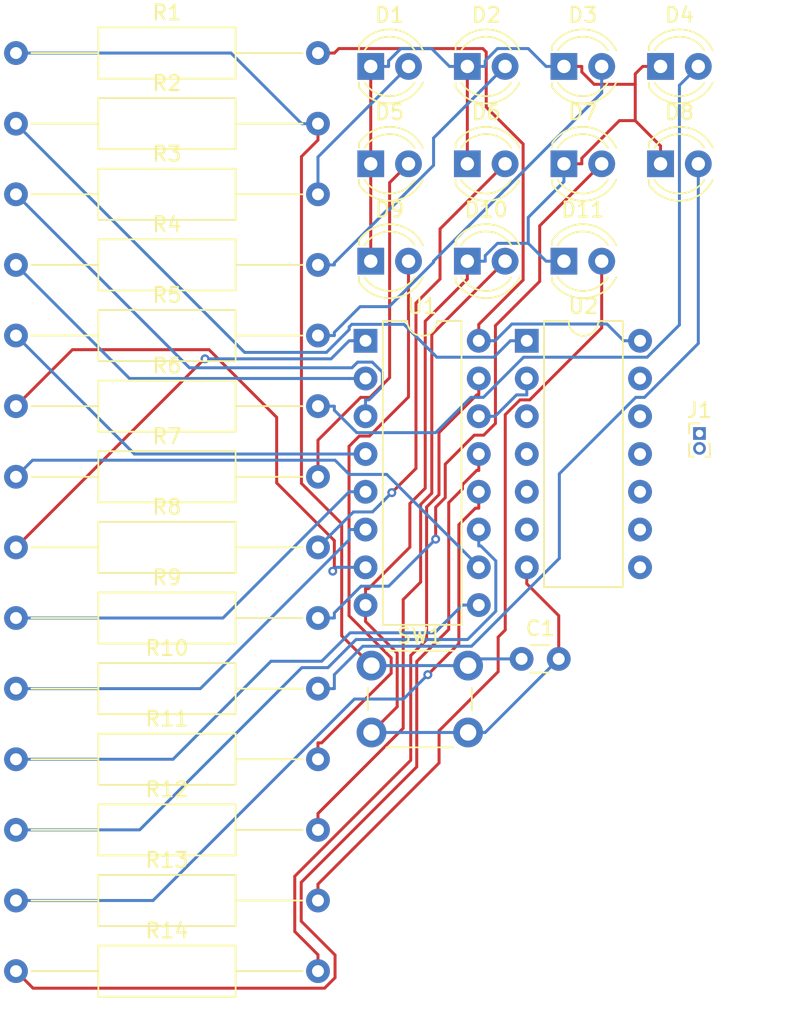
<source format=kicad_pcb>
(kicad_pcb (version 20240108) (generator "pcbnew") (generator_version "8.0")
  (layers (0 "F.Cu" signal) (31 "B.Cu" signal) (34 "B.Paste" user) (35 "F.Paste" user) (36 "B.SilkS" user "B.Silkscreen") (37 "F.SilkS" user "F.Silkscreen") (38 "B.Mask" user) (39 "F.Mask" user) (44 "Edge.Cuts" user))
  (net 0 "")
  (net 1 "Net-(C1-Pad1)")
  (net 2 "GND")
  (net 3 "Net-(D1-A)")
  (net 4 "Net-(D2-A)")
  (net 5 "Net-(D3-A)")
  (net 6 "Net-(D4-A)")
  (net 7 "Net-(D5-A)")
  (net 8 "Net-(D6-A)")
  (net 9 "Net-(D7-A)")
  (net 10 "Net-(D8-A)")
  (net 11 "Net-(D9-A)")
  (net 12 "Net-(D10-A)")
  (net 13 "Net-(D11-A)")
  (net 14 "VCC")
  (net 15 "Net-(R2-Pad1)")
  (net 16 "Net-(U1-Q0)")
  (net 17 "Net-(U1-Q1)")
  (net 18 "Net-(U1-Q2)")
  (net 19 "Net-(U1-Q3)")
  (net 20 "Net-(U1-Q4)")
  (net 21 "Net-(U1-Q5)")
  (net 22 "Net-(U1-Q6)")
  (net 23 "Net-(U1-Q7)")
  (net 24 "Net-(U1-Q8)")
  (net 25 "Net-(U1-Q9)")
  (net 26 "Net-(U1-Cout)")
  (net 27 "Net-(U1-Reset)")
  (net 28 "Net-(U1-CKEN)")
  (net 29 "Net-(U1-CLK)")
  (footprint "Package_DIP:DIP-16_W7.62mm" (layer "F.Cu") (at 134.53 78.26)
    (property "Reference" "U1" (at 3.81 -2.33 0) (layer "F.SilkS"))
    (property "Value" "4017")
    (pad "1" thru_hole rect (at 0 0) (size 1.6 1.6) (drill 0.8) (layers "*.Cu" "*.Mask") (net 21 "Net-(U1-Q5)"))
    (pad "2" thru_hole oval (at 0 2.54) (size 1.6 1.6) (drill 0.8) (layers "*.Cu" "*.Mask") (net 17 "Net-(U1-Q1)"))
    (pad "3" thru_hole oval (at 0 5.08) (size 1.6 1.6) (drill 0.8) (layers "*.Cu" "*.Mask") (net 16 "Net-(U1-Q0)"))
    (pad "4" thru_hole oval (at 0 7.62) (size 1.6 1.6) (drill 0.8) (layers "*.Cu" "*.Mask") (net 18 "Net-(U1-Q2)"))
    (pad "5" thru_hole oval (at 0 10.16) (size 1.6 1.6) (drill 0.8) (layers "*.Cu" "*.Mask") (net 22 "Net-(U1-Q6)"))
    (pad "6" thru_hole oval (at 0 12.7) (size 1.6 1.6) (drill 0.8) (layers "*.Cu" "*.Mask") (net 23 "Net-(U1-Q7)"))
    (pad "7" thru_hole oval (at 0 15.24) (size 1.6 1.6) (drill 0.8) (layers "*.Cu" "*.Mask") (net 19 "Net-(U1-Q3)"))
    (pad "8" thru_hole oval (at 0 17.78) (size 1.6 1.6) (drill 0.8) (layers "*.Cu" "*.Mask") (net 2 "GND"))
    (pad "9" thru_hole oval (at 7.62 17.78) (size 1.6 1.6) (drill 0.8) (layers "*.Cu" "*.Mask") (net 24 "Net-(U1-Q8)"))
    (pad "10" thru_hole oval (at 7.62 15.24) (size 1.6 1.6) (drill 0.8) (layers "*.Cu" "*.Mask") (net 20 "Net-(U1-Q4)"))
    (pad "11" thru_hole oval (at 7.62 12.7) (size 1.6 1.6) (drill 0.8) (layers "*.Cu" "*.Mask") (net 25 "Net-(U1-Q9)"))
    (pad "12" thru_hole oval (at 7.62 10.16) (size 1.6 1.6) (drill 0.8) (layers "*.Cu" "*.Mask") (net 26 "Net-(U1-Cout)"))
    (pad "13" thru_hole oval (at 7.62 7.62) (size 1.6 1.6) (drill 0.8) (layers "*.Cu" "*.Mask") (net 28 "Net-(U1-CKEN)"))
    (pad "14" thru_hole oval (at 7.62 5.08) (size 1.6 1.6) (drill 0.8) (layers "*.Cu" "*.Mask") (net 29 "Net-(U1-CLK)"))
    (pad "15" thru_hole oval (at 7.62 2.54) (size 1.6 1.6) (drill 0.8) (layers "*.Cu" "*.Mask") (net 27 "Net-(U1-Reset)"))
    (pad "16" thru_hole oval (at 7.62 0) (size 1.6 1.6) (drill 0.8) (layers "*.Cu" "*.Mask") (net 14 "VCC"))
  )
  (footprint "LED_THT:LED_D4.0mm" (layer "F.Cu") (at 154.38 66.36)
    (property "Reference" "D8" (at 1.27 -3.46 0) (layer "F.SilkS"))
    (property "Value" "LED")
    (pad "1" thru_hole rect (at 0 0) (size 1.8 1.8) (drill 0.9) (layers "*.Cu" "*.Mask") (net 2 "GND"))
    (pad "2" thru_hole circle (at 2.54 0) (size 1.8 1.8) (drill 0.9) (layers "*.Cu" "*.Mask") (net 10 "Net-(D8-A)"))
  )
  (footprint "LED_THT:LED_D4.0mm" (layer "F.Cu") (at 147.88 66.36)
    (property "Reference" "D7" (at 1.27 -3.46 0) (layer "F.SilkS"))
    (property "Value" "LED")
    (pad "1" thru_hole rect (at 0 0) (size 1.8 1.8) (drill 0.9) (layers "*.Cu" "*.Mask") (net 2 "GND"))
    (pad "2" thru_hole circle (at 2.54 0) (size 1.8 1.8) (drill 0.9) (layers "*.Cu" "*.Mask") (net 9 "Net-(D7-A)"))
  )
  (footprint "Resistor_THT:R_Axial_DIN0309_L9.0mm_D3.2mm_P20.32mm_Horizontal" (layer "F.Cu") (at 111.01 77.91)
    (property "Reference" "R5" (at 10.16 -2.72 0) (layer "F.SilkS"))
    (property "Value" "R")
    (pad "1" thru_hole circle (at 0 0) (size 1.6 1.6) (drill 0.8) (layers "*.Cu" "*.Mask") (net 18 "Net-(U1-Q2)"))
    (pad "2" thru_hole oval (at 20.32 0) (size 1.6 1.6) (drill 0.8) (layers "*.Cu" "*.Mask") (net 5 "Net-(D3-A)"))
  )
  (footprint "Resistor_THT:R_Axial_DIN0309_L9.0mm_D3.2mm_P20.32mm_Horizontal" (layer "F.Cu") (at 111.01 101.66)
    (property "Reference" "R10" (at 10.16 -2.72 0) (layer "F.SilkS"))
    (property "Value" "R")
    (pad "1" thru_hole circle (at 0 0) (size 1.6 1.6) (drill 0.8) (layers "*.Cu" "*.Mask") (net 23 "Net-(U1-Q7)"))
    (pad "2" thru_hole oval (at 20.32 0) (size 1.6 1.6) (drill 0.8) (layers "*.Cu" "*.Mask") (net 10 "Net-(D8-A)"))
  )
  (footprint "LED_THT:LED_D4.0mm" (layer "F.Cu") (at 147.88 72.91)
    (property "Reference" "D11" (at 1.27 -3.46 0) (layer "F.SilkS"))
    (property "Value" "LED")
    (pad "1" thru_hole rect (at 0 0) (size 1.8 1.8) (drill 0.9) (layers "*.Cu" "*.Mask") (net 2 "GND"))
    (pad "2" thru_hole circle (at 2.54 0) (size 1.8 1.8) (drill 0.9) (layers "*.Cu" "*.Mask") (net 13 "Net-(D11-A)"))
  )
  (footprint "Resistor_THT:R_Axial_DIN0309_L9.0mm_D3.2mm_P20.32mm_Horizontal" (layer "F.Cu") (at 111.01 111.16)
    (property "Reference" "R12" (at 10.16 -2.72 0) (layer "F.SilkS"))
    (property "Value" "R")
    (pad "1" thru_hole circle (at 0 0) (size 1.6 1.6) (drill 0.8) (layers "*.Cu" "*.Mask") (net 25 "Net-(U1-Q9)"))
    (pad "2" thru_hole oval (at 20.32 0) (size 1.6 1.6) (drill 0.8) (layers "*.Cu" "*.Mask") (net 12 "Net-(D10-A)"))
  )
  (footprint "LED_THT:LED_D4.0mm" (layer "F.Cu") (at 141.38 72.91)
    (property "Reference" "D10" (at 1.27 -3.46 0) (layer "F.SilkS"))
    (property "Value" "LED")
    (pad "1" thru_hole rect (at 0 0) (size 1.8 1.8) (drill 0.9) (layers "*.Cu" "*.Mask") (net 2 "GND"))
    (pad "2" thru_hole circle (at 2.54 0) (size 1.8 1.8) (drill 0.9) (layers "*.Cu" "*.Mask") (net 12 "Net-(D10-A)"))
  )
  (footprint "LED_THT:LED_D4.0mm" (layer "F.Cu") (at 147.88 59.81)
    (property "Reference" "D3" (at 1.27 -3.46 0) (layer "F.SilkS"))
    (property "Value" "LED")
    (pad "1" thru_hole rect (at 0 0) (size 1.8 1.8) (drill 0.9) (layers "*.Cu" "*.Mask") (net 2 "GND"))
    (pad "2" thru_hole circle (at 2.54 0) (size 1.8 1.8) (drill 0.9) (layers "*.Cu" "*.Mask") (net 5 "Net-(D3-A)"))
  )
  (footprint "Resistor_THT:R_Axial_DIN0309_L9.0mm_D3.2mm_P20.32mm_Horizontal" (layer "F.Cu") (at 111.01 73.16)
    (property "Reference" "R4" (at 10.16 -2.72 0) (layer "F.SilkS"))
    (property "Value" "R")
    (pad "1" thru_hole circle (at 0 0) (size 1.6 1.6) (drill 0.8) (layers "*.Cu" "*.Mask") (net 17 "Net-(U1-Q1)"))
    (pad "2" thru_hole oval (at 20.32 0) (size 1.6 1.6) (drill 0.8) (layers "*.Cu" "*.Mask") (net 4 "Net-(D2-A)"))
  )
  (footprint "Resistor_THT:R_Axial_DIN0309_L9.0mm_D3.2mm_P20.32mm_Horizontal" (layer "F.Cu") (at 111.01 96.91)
    (property "Reference" "R9" (at 10.16 -2.72 0) (layer "F.SilkS"))
    (property "Value" "R")
    (pad "1" thru_hole circle (at 0 0) (size 1.6 1.6) (drill 0.8) (layers "*.Cu" "*.Mask") (net 22 "Net-(U1-Q6)"))
    (pad "2" thru_hole oval (at 20.32 0) (size 1.6 1.6) (drill 0.8) (layers "*.Cu" "*.Mask") (net 9 "Net-(D7-A)"))
  )
  (footprint "Resistor_THT:R_Axial_DIN0309_L9.0mm_D3.2mm_P20.32mm_Horizontal" (layer "F.Cu") (at 111.01 115.91)
    (property "Reference" "R13" (at 10.16 -2.72 0) (layer "F.SilkS"))
    (property "Value" "R")
    (pad "1" thru_hole circle (at 0 0) (size 1.6 1.6) (drill 0.8) (layers "*.Cu" "*.Mask") (net 26 "Net-(U1-Cout)"))
    (pad "2" thru_hole oval (at 20.32 0) (size 1.6 1.6) (drill 0.8) (layers "*.Cu" "*.Mask") (net 13 "Net-(D11-A)"))
  )
  (footprint "LED_THT:LED_D4.0mm" (layer "F.Cu") (at 134.88 59.81)
    (property "Reference" "D1" (at 1.27 -3.46 0) (layer "F.SilkS"))
    (property "Value" "LED")
    (pad "1" thru_hole rect (at 0 0) (size 1.8 1.8) (drill 0.9) (layers "*.Cu" "*.Mask") (net 2 "GND"))
    (pad "2" thru_hole circle (at 2.54 0) (size 1.8 1.8) (drill 0.9) (layers "*.Cu" "*.Mask") (net 3 "Net-(D1-A)"))
  )
  (footprint "LED_THT:LED_D4.0mm" (layer "F.Cu") (at 134.88 72.91)
    (property "Reference" "D9" (at 1.27 -3.46 0) (layer "F.SilkS"))
    (property "Value" "LED")
    (pad "1" thru_hole rect (at 0 0) (size 1.8 1.8) (drill 0.9) (layers "*.Cu" "*.Mask") (net 2 "GND"))
    (pad "2" thru_hole circle (at 2.54 0) (size 1.8 1.8) (drill 0.9) (layers "*.Cu" "*.Mask") (net 11 "Net-(D9-A)"))
  )
  (footprint "Resistor_THT:R_Axial_DIN0309_L9.0mm_D3.2mm_P20.32mm_Horizontal" (layer "F.Cu") (at 111.01 106.41)
    (property "Reference" "R11" (at 10.16 -2.72 0) (layer "F.SilkS"))
    (property "Value" "R")
    (pad "1" thru_hole circle (at 0 0) (size 1.6 1.6) (drill 0.8) (layers "*.Cu" "*.Mask") (net 24 "Net-(U1-Q8)"))
    (pad "2" thru_hole oval (at 20.32 0) (size 1.6 1.6) (drill 0.8) (layers "*.Cu" "*.Mask") (net 11 "Net-(D9-A)"))
  )
  (footprint "Resistor_THT:R_Axial_DIN0309_L9.0mm_D3.2mm_P20.32mm_Horizontal" (layer "F.Cu") (at 111.01 63.66)
    (property "Reference" "R2" (at 10.16 -2.72 0) (layer "F.SilkS"))
    (property "Value" "R")
    (pad "1" thru_hole circle (at 0 0) (size 1.6 1.6) (drill 0.8) (layers "*.Cu" "*.Mask") (net 15 "Net-(R2-Pad1)"))
    (pad "2" thru_hole oval (at 20.32 0) (size 1.6 1.6) (drill 0.8) (layers "*.Cu" "*.Mask") (net 1 "Net-(C1-Pad1)"))
  )
  (footprint "Resistor_THT:R_Axial_DIN0309_L9.0mm_D3.2mm_P20.32mm_Horizontal" (layer "F.Cu") (at 111.01 87.41)
    (property "Reference" "R7" (at 10.16 -2.72 0) (layer "F.SilkS"))
    (property "Value" "R")
    (pad "1" thru_hole circle (at 0 0) (size 1.6 1.6) (drill 0.8) (layers "*.Cu" "*.Mask") (net 20 "Net-(U1-Q4)"))
    (pad "2" thru_hole oval (at 20.32 0) (size 1.6 1.6) (drill 0.8) (layers "*.Cu" "*.Mask") (net 7 "Net-(D5-A)"))
  )
  (footprint "LED_THT:LED_D4.0mm" (layer "F.Cu") (at 141.38 59.81)
    (property "Reference" "D2" (at 1.27 -3.46 0) (layer "F.SilkS"))
    (property "Value" "LED")
    (pad "1" thru_hole rect (at 0 0) (size 1.8 1.8) (drill 0.9) (layers "*.Cu" "*.Mask") (net 2 "GND"))
    (pad "2" thru_hole circle (at 2.54 0) (size 1.8 1.8) (drill 0.9) (layers "*.Cu" "*.Mask") (net 4 "Net-(D2-A)"))
  )
  (footprint "LED_THT:LED_D4.0mm" (layer "F.Cu") (at 134.88 66.36)
    (property "Reference" "D5" (at 1.27 -3.46 0) (layer "F.SilkS"))
    (property "Value" "LED")
    (pad "1" thru_hole rect (at 0 0) (size 1.8 1.8) (drill 0.9) (layers "*.Cu" "*.Mask") (net 2 "GND"))
    (pad "2" thru_hole circle (at 2.54 0) (size 1.8 1.8) (drill 0.9) (layers "*.Cu" "*.Mask") (net 7 "Net-(D5-A)"))
  )
  (footprint "Resistor_THT:R_Axial_DIN0309_L9.0mm_D3.2mm_P20.32mm_Horizontal" (layer "F.Cu") (at 111.01 120.66)
    (property "Reference" "R14" (at 10.16 -2.72 0) (layer "F.SilkS"))
    (property "Value" "R")
    (pad "1" thru_hole circle (at 0 0) (size 1.6 1.6) (drill 0.8) (layers "*.Cu" "*.Mask") (net 28 "Net-(U1-CKEN)"))
    (pad "2" thru_hole oval (at 20.32 0) (size 1.6 1.6) (drill 0.8) (layers "*.Cu" "*.Mask") (net 27 "Net-(U1-Reset)"))
  )
  (footprint "Package_DIP:DIP-14_W7.62mm" (layer "F.Cu") (at 145.38 78.26)
    (property "Reference" "U2" (at 3.81 -2.33 0) (layer "F.SilkS"))
    (property "Value" "40106")
    (pad "1" thru_hole rect (at 0 0) (size 1.6 1.6) (drill 0.8) (layers "*.Cu" "*.Mask") (net 15 "Net-(R2-Pad1)"))
    (pad "2" thru_hole oval (at 0 2.54) (size 1.6 1.6) (drill 0.8) (layers "*.Cu" "*.Mask") (net 29 "Net-(U1-CLK)"))
    (pad "3" thru_hole oval (at 0 5.08) (size 1.6 1.6) (drill 0.8) (layers "*.Cu" "*.Mask"))
    (pad "4" thru_hole oval (at 0 7.62) (size 1.6 1.6) (drill 0.8) (layers "*.Cu" "*.Mask"))
    (pad "5" thru_hole oval (at 0 10.16) (size 1.6 1.6) (drill 0.8) (layers "*.Cu" "*.Mask"))
    (pad "6" thru_hole oval (at 0 12.7) (size 1.6 1.6) (drill 0.8) (layers "*.Cu" "*.Mask"))
    (pad "7" thru_hole oval (at 0 15.24) (size 1.6 1.6) (drill 0.8) (layers "*.Cu" "*.Mask") (net 2 "GND"))
    (pad "8" thru_hole oval (at 7.62 15.24) (size 1.6 1.6) (drill 0.8) (layers "*.Cu" "*.Mask"))
    (pad "9" thru_hole oval (at 7.62 12.7) (size 1.6 1.6) (drill 0.8) (layers "*.Cu" "*.Mask"))
    (pad "10" thru_hole oval (at 7.62 10.16) (size 1.6 1.6) (drill 0.8) (layers "*.Cu" "*.Mask"))
    (pad "11" thru_hole oval (at 7.62 7.62) (size 1.6 1.6) (drill 0.8) (layers "*.Cu" "*.Mask"))
    (pad "12" thru_hole oval (at 7.62 5.08) (size 1.6 1.6) (drill 0.8) (layers "*.Cu" "*.Mask"))
    (pad "13" thru_hole oval (at 7.62 2.54) (size 1.6 1.6) (drill 0.8) (layers "*.Cu" "*.Mask"))
    (pad "14" thru_hole oval (at 7.62 0) (size 1.6 1.6) (drill 0.8) (layers "*.Cu" "*.Mask") (net 14 "VCC"))
  )
  (footprint "Resistor_THT:R_Axial_DIN0309_L9.0mm_D3.2mm_P20.32mm_Horizontal" (layer "F.Cu") (at 111.01 82.66)
    (property "Reference" "R6" (at 10.16 -2.72 0) (layer "F.SilkS"))
    (property "Value" "R")
    (pad "1" thru_hole circle (at 0 0) (size 1.6 1.6) (drill 0.8) (layers "*.Cu" "*.Mask") (net 19 "Net-(U1-Q3)"))
    (pad "2" thru_hole oval (at 20.32 0) (size 1.6 1.6) (drill 0.8) (layers "*.Cu" "*.Mask") (net 6 "Net-(D4-A)"))
  )
  (footprint "Resistor_THT:R_Axial_DIN0309_L9.0mm_D3.2mm_P20.32mm_Horizontal" (layer "F.Cu") (at 111.01 58.91)
    (property "Reference" "R1" (at 10.16 -2.72 0) (layer "F.SilkS"))
    (property "Value" "R")
    (pad "1" thru_hole circle (at 0 0) (size 1.6 1.6) (drill 0.8) (layers "*.Cu" "*.Mask") (net 1 "Net-(C1-Pad1)"))
    (pad "2" thru_hole oval (at 20.32 0) (size 1.6 1.6) (drill 0.8) (layers "*.Cu" "*.Mask") (net 14 "VCC"))
  )
  (footprint "LED_THT:LED_D4.0mm" (layer "F.Cu") (at 141.38 66.36)
    (property "Reference" "D6" (at 1.27 -3.46 0) (layer "F.SilkS"))
    (property "Value" "LED")
    (pad "1" thru_hole rect (at 0 0) (size 1.8 1.8) (drill 0.9) (layers "*.Cu" "*.Mask") (net 2 "GND"))
    (pad "2" thru_hole circle (at 2.54 0) (size 1.8 1.8) (drill 0.9) (layers "*.Cu" "*.Mask") (net 8 "Net-(D6-A)"))
  )
  (footprint "Resistor_THT:R_Axial_DIN0309_L9.0mm_D3.2mm_P20.32mm_Horizontal" (layer "F.Cu") (at 111.01 92.16)
    (property "Reference" "R8" (at 10.16 -2.72 0) (layer "F.SilkS"))
    (property "Value" "R")
    (pad "1" thru_hole circle (at 0 0) (size 1.6 1.6) (drill 0.8) (layers "*.Cu" "*.Mask") (net 21 "Net-(U1-Q5)"))
    (pad "2" thru_hole oval (at 20.32 0) (size 1.6 1.6) (drill 0.8) (layers "*.Cu" "*.Mask") (net 8 "Net-(D6-A)"))
  )
  (footprint "Connector_PinHeader_1.00mm:PinHeader_1x02_P1.00mm_Vertical" (layer "F.Cu") (at 157 84.5)
    (property "Reference" "J1" (at 0 -1.56 0) (layer "F.SilkS"))
    (property "Value" "Conn_01x02_Pin")
    (pad "1" thru_hole rect (at 0 0) (size 0.85 0.85) (drill 0.5) (layers "*.Cu" "*.Mask") (net 14 "VCC"))
    (pad "2" thru_hole oval (at 0 1) (size 0.85 0.85) (drill 0.5) (layers "*.Cu" "*.Mask") (net 2 "GND"))
  )
  (footprint "Capacitor_THT:C_Disc_D3.0mm_W1.6mm_P2.50mm" (layer "F.Cu") (at 145.03 99.66)
    (property "Reference" "C1" (at 1.25 -2.05 0) (layer "F.SilkS"))
    (property "Value" "C")
    (pad "1" thru_hole circle (at 0 0) (size 1.6 1.6) (drill 0.8) (layers "*.Cu" "*.Mask") (net 1 "Net-(C1-Pad1)"))
    (pad "2" thru_hole circle (at 2.5 0) (size 1.6 1.6) (drill 0.8) (layers "*.Cu" "*.Mask") (net 2 "GND"))
  )
  (footprint "LED_THT:LED_D4.0mm" (layer "F.Cu") (at 154.38 59.81)
    (property "Reference" "D4" (at 1.27 -3.46 0) (layer "F.SilkS"))
    (property "Value" "LED")
    (pad "1" thru_hole rect (at 0 0) (size 1.8 1.8) (drill 0.9) (layers "*.Cu" "*.Mask") (net 2 "GND"))
    (pad "2" thru_hole circle (at 2.54 0) (size 1.8 1.8) (drill 0.9) (layers "*.Cu" "*.Mask") (net 6 "Net-(D4-A)"))
  )
  (footprint "Resistor_THT:R_Axial_DIN0309_L9.0mm_D3.2mm_P20.32mm_Horizontal" (layer "F.Cu") (at 111.01 68.41)
    (property "Reference" "R3" (at 10.16 -2.72 0) (layer "F.SilkS"))
    (property "Value" "R")
    (pad "1" thru_hole circle (at 0 0) (size 1.6 1.6) (drill 0.8) (layers "*.Cu" "*.Mask") (net 16 "Net-(U1-Q0)"))
    (pad "2" thru_hole oval (at 20.32 0) (size 1.6 1.6) (drill 0.8) (layers "*.Cu" "*.Mask") (net 3 "Net-(D1-A)"))
  )
  (footprint "Button_Switch_THT:SW_PUSH_6mm" (layer "F.Cu") (at 134.93 100.11)
    (property "Reference" "SW1" (at 3.25 -2 0) (layer "F.SilkS"))
    (property "Value" "SW_Omron_B3FS")
    (pad "1" thru_hole circle (at 0 0 90) (size 2 2) (drill 1.1) (layers "*.Cu" "*.Mask") (net 1 "Net-(C1-Pad1)"))
    (pad "1" thru_hole circle (at 6.5 0 90) (size 2 2) (drill 1.1) (layers "*.Cu" "*.Mask") (net 1 "Net-(C1-Pad1)"))
    (pad "2" thru_hole circle (at 0 4.5 90) (size 2 2) (drill 1.1) (layers "*.Cu" "*.Mask") (net 2 "GND"))
    (pad "2" thru_hole circle (at 6.5 4.5 90) (size 2 2) (drill 1.1) (layers "*.Cu" "*.Mask") (net 2 "GND"))
  )
  (segment (start 131.33 63.66) (end 131.33 64.7617) (width 0.2) (layer "F.Cu") (net 1))
  (segment (start 132.9256 90.5637) (end 130.2177 87.8558) (width 0.2) (layer "F.Cu") (net 1))
  (segment (start 132.9256 98.1056) (end 132.9256 90.5637) (width 0.2) (layer "F.Cu") (net 1))
  (segment (start 134.93 100.11) (end 132.9256 98.1056) (width 0.2) (layer "F.Cu") (net 1))
  (segment (start 130.2177 65.874) (end 131.33 64.7617) (width 0.2) (layer "F.Cu") (net 1))
  (segment (start 130.2177 87.8558) (end 130.2177 65.874) (width 0.2) (layer "F.Cu") (net 1))
  (segment (start 131.33 63.66) (end 130.2283 63.66) (width 0.2) (layer "B.Cu") (net 1))
  (segment (start 145.03 99.66) (end 141.88 99.66) (width 0.2) (layer "B.Cu") (net 1))
  (segment (start 141.88 99.66) (end 141.43 100.11) (width 0.2) (layer "B.Cu") (net 1))
  (segment (start 141.43 100.11) (end 134.93 100.11) (width 0.2) (layer "B.Cu") (net 1))
  (segment (start 130.2283 63.66) (end 125.4783 58.91) (width 0.2) (layer "B.Cu") (net 1))
  (segment (start 125.4783 58.91) (end 111.01 58.91) (width 0.2) (layer "B.Cu") (net 1))
  (segment (start 145.38 93.5) (end 145.38 94.6017) (width 0.2) (layer "F.Cu") (net 2))
  (segment (start 151.6113 63.4549) (end 152.6766 63.4549) (width 0.2) (layer "F.Cu") (net 2))
  (segment (start 147.88 66.36) (end 149.0817 66.36) (width 0.2) (layer "F.Cu") (net 2))
  (segment (start 134.7216 94.9383) (end 137.5127 92.1472) (width 0.2) (layer "F.Cu") (net 2))
  (segment (start 152.6766 61.0117) (end 152.6766 60.3117) (width 0.2) (layer "F.Cu") (net 2))
  (segment (start 136.6589 102.8811) (end 136.6589 99.2706) (width 0.2) (layer "F.Cu") (net 2))
  (segment (start 149.9078 61.0117) (end 152.6766 61.0117) (width 0.2) (layer "F.Cu") (net 2))
  (segment (start 134.88 59.81) (end 134.88 66.36) (width 0.2) (layer "F.Cu") (net 2))
  (segment (start 134.53 94.9383) (end 134.7216 94.9383) (width 0.2) (layer "F.Cu") (net 2))
  (segment (start 149.0817 65.9845) (end 151.6113 63.4549) (width 0.2) (layer "F.Cu") (net 2))
  (segment (start 154.38 59.81) (end 153.1783 59.81) (width 0.2) (layer "F.Cu") (net 2))
  (segment (start 154.38 65.1583) (end 152.6766 63.4549) (width 0.2) (layer "F.Cu") (net 2))
  (segment (start 137.5127 92.1472) (end 137.5127 89.2138) (width 0.2) (layer "F.Cu") (net 2))
  (segment (start 147.88 59.81) (end 149.0817 59.81) (width 0.2) (layer "F.Cu") (net 2))
  (segment (start 149.0817 60.1856) (end 149.9078 61.0117) (width 0.2) (layer "F.Cu") (net 2))
  (segment (start 138.5457 88.1808) (end 138.5457 76.946) (width 0.2) (layer "F.Cu") (net 2))
  (segment (start 149.0817 59.81) (end 149.0817 60.1856) (width 0.2) (layer "F.Cu") (net 2))
  (segment (start 141.38 72.91) (end 141.38 74.1117) (width 0.2) (layer "F.Cu") (net 2))
  (segment (start 134.53 96.04) (end 134.53 97.1417) (width 0.2) (layer "F.Cu") (net 2))
  (segment (start 147.53 99.66) (end 147.53 96.7517) (width 0.2) (layer "F.Cu") (net 2))
  (segment (start 134.93 104.61) (end 136.6589 102.8811) (width 0.2) (layer "F.Cu") (net 2))
  (segment (start 149.0817 66.36) (end 149.0817 65.9845) (width 0.2) (layer "F.Cu") (net 2))
  (segment (start 154.38 66.36) (end 154.38 65.1583) (width 0.2) (layer "F.Cu") (net 2))
  (segment (start 134.88 66.36) (end 134.88 72.91) (width 0.2) (layer "F.Cu") (net 2))
  (segment (start 138.5457 76.946) (end 141.38 74.1117) (width 0.2) (layer "F.Cu") (net 2))
  (segment (start 152.6766 63.4549) (end 152.6766 61.0117) (width 0.2) (layer "F.Cu") (net 2))
  (segment (start 134.53 96.04) (end 134.53 94.9383) (width 0.2) (layer "F.Cu") (net 2))
  (segment (start 141.38 59.81) (end 141.38 66.36) (width 0.2) (layer "F.Cu") (net 2))
  (segment (start 147.53 96.7517) (end 145.38 94.6017) (width 0.2) (layer "F.Cu") (net 2))
  (segment (start 152.6766 60.3117) (end 153.1783 59.81) (width 0.2) (layer "F.Cu") (net 2))
  (segment (start 137.5127 89.2138) (end 138.5457 88.1808) (width 0.2) (layer "F.Cu") (net 2))
  (segment (start 136.6589 99.2706) (end 134.53 97.1417) (width 0.2) (layer "F.Cu") (net 2))
  (segment (start 141.38 72.91) (end 142.5817 72.91) (width 0.2) (layer "B.Cu") (net 2))
  (segment (start 142.5817 72.5345) (end 143.4079 71.7083) (width 0.2) (layer "B.Cu") (net 2))
  (segment (start 145.4766 71.7083) (end 145.4766 69.9651) (width 0.2) (layer "B.Cu") (net 2))
  (segment (start 147.88 72.91) (end 146.6783 72.91) (width 0.2) (layer "B.Cu") (net 2))
  (segment (start 142.5817 72.91) (end 142.5817 72.5345) (width 0.2) (layer "B.Cu") (net 2))
  (segment (start 146.6783 59.81) (end 145.4766 58.6083) (width 0.2) (layer "B.Cu") (net 2))
  (segment (start 141.38 59.81) (end 140.1783 59.81) (width 0.2) (layer "B.Cu") (net 2))
  (segment (start 134.93 104.61) (end 141.43 104.61) (width 0.2) (layer "B.Cu") (net 2))
  (segment (start 136.0817 59.4344) (end 136.9078 58.6083) (width 0.2) (layer "B.Cu") (net 2))
  (segment (start 143.4079 71.7083) (end 145.4766 71.7083) (width 0.2) (layer "B.Cu") (net 2))
  (segment (start 134.88 59.81) (end 136.0817 59.81) (width 0.2) (layer "B.Cu") (net 2))
  (segment (start 147.88 59.81) (end 146.6783 59.81) (width 0.2) (layer "B.Cu") (net 2))
  (segment (start 143.4078 58.6083) (end 142.5817 59.4344) (width 0.2) (layer "B.Cu") (net 2))
  (segment (start 145.4766 58.6083) (end 143.4078 58.6083) (width 0.2) (layer "B.Cu") (net 2))
  (segment (start 141.38 59.81) (end 142.5817 59.81) (width 0.2) (layer "B.Cu") (net 2))
  (segment (start 147.88 66.36) (end 147.88 67.5617) (width 0.2) (layer "B.Cu") (net 2))
  (segment (start 141.43 104.61) (end 142.58 104.61) (width 0.2) (layer "B.Cu") (net 2))
  (segment (start 145.4766 71.7083) (end 146.6783 72.91) (width 0.2) (layer "B.Cu") (net 2))
  (segment (start 142.5817 59.4344) (end 142.5817 59.81) (width 0.2) (layer "B.Cu") (net 2))
  (segment (start 136.9078 58.6083) (end 138.9766 58.6083) (width 0.2) (layer "B.Cu") (net 2))
  (segment (start 145.4766 69.9651) (end 147.88 67.5617) (width 0.2) (layer "B.Cu") (net 2))
  (segment (start 142.58 104.61) (end 147.53 99.66) (width 0.2) (layer "B.Cu") (net 2))
  (segment (start 138.9766 58.6083) (end 140.1783 59.81) (width 0.2) (layer "B.Cu") (net 2))
  (segment (start 136.0817 59.81) (end 136.0817 59.4344) (width 0.2) (layer "B.Cu") (net 2))
  (segment (start 137.42 59.81) (end 131.33 65.9) (width 0.2) (layer "B.Cu") (net 3))
  (segment (start 131.33 65.9) (end 131.33 68.41) (width 0.2) (layer "B.Cu") (net 3))
  (segment (start 143.92 59.81) (end 139.1071 64.6229) (width 0.2) (layer "B.Cu") (net 4))
  (segment (start 139.1071 64.6229) (end 139.1071 66.4587) (width 0.2) (layer "B.Cu") (net 4))
  (segment (start 132.4317 73.0264) (end 132.4317 73.16) (width 0.2) (layer "B.Cu") (net 4))
  (segment (start 136.0556 69.5102) (end 135.9479 69.5102) (width 0.2) (layer "B.Cu") (net 4))
  (segment (start 131.33 73.16) (end 132.4317 73.16) (width 0.2) (layer "B.Cu") (net 4))
  (segment (start 135.9479 69.5102) (end 132.4317 73.0264) (width 0.2) (layer "B.Cu") (net 4))
  (segment (start 139.1071 66.4587) (end 136.0556 69.5102) (width 0.2) (layer "B.Cu") (net 4))
  (segment (start 136.1159 75.9666) (end 134.1621 75.9666) (width 0.2) (layer "B.Cu") (net 5))
  (segment (start 150.42 59.81) (end 150.42 61.5869) (width 0.2) (layer "B.Cu") (net 5))
  (segment (start 134.1621 75.9666) (end 132.4317 77.697) (width 0.2) (layer "B.Cu") (net 5))
  (segment (start 139.1071 72.9754) (end 136.1159 75.9666) (width 0.2) (layer "B.Cu") (net 5))
  (segment (start 131.33 77.91) (end 132.4317 77.91) (width 0.2) (layer "B.Cu") (net 5))
  (segment (start 139.1071 72.8998) (end 139.1071 72.9754) (width 0.2) (layer "B.Cu") (net 5))
  (segment (start 150.42 61.5869) (end 139.1071 72.8998) (width 0.2) (layer "B.Cu") (net 5))
  (segment (start 132.4317 77.697) (end 132.4317 77.91) (width 0.2) (layer "B.Cu") (net 5))
  (segment (start 155.6499 77.196) (end 153.4779 79.368) (width 0.2) (layer "B.Cu") (net 6))
  (segment (start 131.33 82.66) (end 132.4317 82.66) (width 0.2) (layer "B.Cu") (net 6))
  (segment (start 145.1611 79.368) (end 142.4591 82.07) (width 0.2) (layer "B.Cu") (net 6))
  (segment (start 153.4779 79.368) (end 145.1611 79.368) (width 0.2) (layer "B.Cu") (net 6))
  (segment (start 133.9387 84.4424) (end 132.4317 82.9354) (width 0.2) (layer "B.Cu") (net 6))
  (segment (start 132.4317 82.9354) (end 132.4317 82.66) (width 0.2) (layer "B.Cu") (net 6))
  (segment (start 139.2476 84.4424) (end 133.9387 84.4424) (width 0.2) (layer "B.Cu") (net 6))
  (segment (start 155.6499 61.0801) (end 155.6499 77.196) (width 0.2) (layer "B.Cu") (net 6))
  (segment (start 142.4591 82.07) (end 141.62 82.07) (width 0.2) (layer "B.Cu") (net 6))
  (segment (start 141.62 82.07) (end 139.2476 84.4424) (width 0.2) (layer "B.Cu") (net 6))
  (segment (start 156.92 59.81) (end 155.6499 61.0801) (width 0.2) (layer "B.Cu") (net 6))
  (segment (start 131.33 87.41) (end 131.33 84.9458) (width 0.2) (layer "F.Cu") (net 7))
  (segment (start 134.2058 82.07) (end 134.829 82.07) (width 0.2) (layer "F.Cu") (net 7))
  (segment (start 131.33 84.9458) (end 134.2058 82.07) (width 0.2) (layer "F.Cu") (net 7))
  (segment (start 136.1499 67.6301) (end 137.42 66.36) (width 0.2) (layer "F.Cu") (net 7))
  (segment (start 136.1499 80.7491) (end 136.1499 67.6301) (width 0.2) (layer "F.Cu") (net 7))
  (segment (start 134.829 82.07) (end 136.1499 80.7491) (width 0.2) (layer "F.Cu") (net 7))
  (segment (start 137.9236 75.7282) (end 137.9236 86.85) (width 0.2) (layer "F.Cu") (net 8))
  (segment (start 139.5416 74.1102) (end 137.9236 75.7282) (width 0.2) (layer "F.Cu") (net 8))
  (segment (start 139.5416 70.7384) (end 139.5416 74.1102) (width 0.2) (layer "F.Cu") (net 8))
  (segment (start 137.9236 86.85) (end 136.2975 88.4761) (width 0.2) (layer "F.Cu") (net 8))
  (segment (start 143.92 66.36) (end 139.5416 70.7384) (width 0.2) (layer "F.Cu") (net 8))
  (via (at 136.2975 88.4761) (size 0.6) (drill 0.3) (layers "F.Cu" "B.Cu") (net 8))
  (segment (start 133.7136 89.7764) (end 131.33 92.16) (width 0.2) (layer "B.Cu") (net 8))
  (segment (start 134.9972 89.7764) (end 133.7136 89.7764) (width 0.2) (layer "B.Cu") (net 8))
  (segment (start 136.2975 88.4761) (end 134.9972 89.7764) (width 0.2) (layer "B.Cu") (net 8))
  (segment (start 150.42 66.36) (end 146.2479 70.5321) (width 0.2) (layer "F.Cu") (net 9))
  (segment (start 141.8483 84.61) (end 139.8931 86.5652) (width 0.2) (layer "F.Cu") (net 9))
  (segment (start 146.2479 74.2674) (end 143.2704 77.2449) (width 0.2) (layer "F.Cu") (net 9))
  (segment (start 143.2704 83.8222) (end 142.4826 84.61) (width 0.2) (layer "F.Cu") (net 9))
  (segment (start 139.8931 88.8161) (end 139.2482 89.461) (width 0.2) (layer "F.Cu") (net 9))
  (segment (start 139.2482 89.461) (end 139.2482 91.6076) (width 0.2) (layer "F.Cu") (net 9))
  (segment (start 142.4826 84.61) (end 141.8483 84.61) (width 0.2) (layer "F.Cu") (net 9))
  (segment (start 146.2479 70.5321) (end 146.2479 74.2674) (width 0.2) (layer "F.Cu") (net 9))
  (segment (start 139.8931 86.5652) (end 139.8931 88.8161) (width 0.2) (layer "F.Cu") (net 9))
  (segment (start 143.2704 77.2449) (end 143.2704 83.8222) (width 0.2) (layer "F.Cu") (net 9))
  (via (at 139.2482 91.6076) (size 0.6) (drill 0.3) (layers "F.Cu" "B.Cu") (net 9))
  (segment (start 139.2482 91.6076) (end 136.0858 94.77) (width 0.2) (layer "B.Cu") (net 9))
  (segment (start 132.4317 96.5675) (end 132.4317 96.91) (width 0.2) (layer "B.Cu") (net 9))
  (segment (start 136.0858 94.77) (end 134.2292 94.77) (width 0.2) (layer "B.Cu") (net 9))
  (segment (start 134.2292 94.77) (end 132.4317 96.5675) (width 0.2) (layer "B.Cu") (net 9))
  (segment (start 131.33 96.91) (end 132.4317 96.91) (width 0.2) (layer "B.Cu") (net 9))
  (segment (start 156.92 66.36) (end 156.92 78.445) (width 0.2) (layer "B.Cu") (net 10))
  (segment (start 132.4317 100.7196) (end 132.4317 101.66) (width 0.2) (layer "B.Cu") (net 10))
  (segment (start 134.343 98.8083) (end 132.4317 100.7196) (width 0.2) (layer "B.Cu") (net 10))
  (segment (start 141.6581 98.8083) (end 134.343 98.8083) (width 0.2) (layer "B.Cu") (net 10))
  (segment (start 153.295 82.07) (end 152.7088 82.07) (width 0.2) (layer "B.Cu") (net 10))
  (segment (start 147.5715 87.2073) (end 147.5715 92.8949) (width 0.2) (layer "B.Cu") (net 10))
  (segment (start 147.5715 92.8949) (end 141.6581 98.8083) (width 0.2) (layer "B.Cu") (net 10))
  (segment (start 156.92 78.445) (end 153.295 82.07) (width 0.2) (layer "B.Cu") (net 10))
  (segment (start 152.7088 82.07) (end 147.5715 87.2073) (width 0.2) (layer "B.Cu") (net 10))
  (segment (start 131.33 101.66) (end 132.4317 101.66) (width 0.2) (layer "B.Cu") (net 10))
  (segment (start 131.5733 105.3083) (end 131.33 105.3083) (width 0.2) (layer "F.Cu") (net 11))
  (segment (start 137.42 82.0442) (end 134.7904 84.6738) (width 0.2) (layer "F.Cu") (net 11))
  (segment (start 133.4194 85.3645) (end 133.4194 96.7534) (width 0.2) (layer "F.Cu") (net 11))
  (segment (start 134.7904 84.6738) (end 134.1101 84.6738) (width 0.2) (layer "F.Cu") (net 11))
  (segment (start 137.42 72.91) (end 137.42 82.0442) (width 0.2) (layer "F.Cu") (net 11))
  (segment (start 133.4194 96.7534) (end 136.2542 99.5882) (width 0.2) (layer "F.Cu") (net 11))
  (segment (start 134.1101 84.6738) (end 133.4194 85.3645) (width 0.2) (layer "F.Cu") (net 11))
  (segment (start 136.2542 100.6274) (end 131.5733 105.3083) (width 0.2) (layer "F.Cu") (net 11))
  (segment (start 136.2542 99.5882) (end 136.2542 100.6274) (width 0.2) (layer "F.Cu") (net 11))
  (segment (start 131.33 106.41) (end 131.33 105.3083) (width 0.2) (layer "F.Cu") (net 11))
  (segment (start 138.237 94.4944) (end 138.237 89.2697) (width 0.2) (layer "F.Cu") (net 12))
  (segment (start 138.9885 77.8415) (end 143.92 72.91) (width 0.2) (layer "F.Cu") (net 12))
  (segment (start 131.33 111.16) (end 131.33 110.0583) (width 0.2) (layer "F.Cu") (net 12))
  (segment (start 138.237 89.2697) (end 138.9885 88.5182) (width 0.2) (layer "F.Cu") (net 12))
  (segment (start 131.33 110.0583) (end 137.0634 104.3249) (width 0.2) (layer "F.Cu") (net 12))
  (segment (start 137.0634 104.3249) (end 137.0634 95.668) (width 0.2) (layer "F.Cu") (net 12))
  (segment (start 138.9885 88.5182) (end 138.9885 77.8415) (width 0.2) (layer "F.Cu") (net 12))
  (segment (start 137.0634 95.668) (end 138.237 94.4944) (width 0.2) (layer "F.Cu") (net 12))
  (segment (start 144.9236 82.2383) (end 145.5778 82.2383) (width 0.2) (layer "F.Cu") (net 13))
  (segment (start 139.477 104.4956) (end 143.4524 100.5202) (width 0.2) (layer "F.Cu") (net 13))
  (segment (start 139.477 106.6613) (end 139.477 104.4956) (width 0.2) (layer "F.Cu") (net 13))
  (segment (start 131.33 114.8083) (end 139.477 106.6613) (width 0.2) (layer "F.Cu") (net 13))
  (segment (start 143.4524 98.1938) (end 143.9298 97.7164) (width 0.2) (layer "F.Cu") (net 13))
  (segment (start 143.9298 83.2321) (end 144.9236 82.2383) (width 0.2) (layer "F.Cu") (net 13))
  (segment (start 150.42 77.3961) (end 150.42 72.91) (width 0.2) (layer "F.Cu") (net 13))
  (segment (start 143.9298 97.7164) (end 143.9298 83.2321) (width 0.2) (layer "F.Cu") (net 13))
  (segment (start 145.5778 82.2383) (end 150.42 77.3961) (width 0.2) (layer "F.Cu") (net 13))
  (segment (start 143.4524 100.5202) (end 143.4524 98.1938) (width 0.2) (layer "F.Cu") (net 13))
  (segment (start 131.33 115.91) (end 131.33 114.8083) (width 0.2) (layer "F.Cu") (net 13))
  (segment (start 131.33 58.91) (end 132.4317 58.91) (width 0.2) (layer "F.Cu") (net 14))
  (segment (start 145.1325 74.1758) (end 142.15 77.1583) (width 0.2) (layer "F.Cu") (net 14))
  (segment (start 132.4317 58.91) (end 132.7334 58.6083) (width 0.2) (layer "F.Cu") (net 14))
  (segment (start 132.7334 58.6083) (end 142.4194 58.6083) (width 0.2) (layer "F.Cu") (net 14))
  (segment (start 145.1325 65.0266) (end 145.1325 74.1758) (width 0.2) (layer "F.Cu") (net 14))
  (segment (start 142.65 62.5441) (end 145.1325 65.0266) (width 0.2) (layer "F.Cu") (net 14))
  (segment (start 142.4194 58.6083) (end 142.65 58.8389) (width 0.2) (layer "F.Cu") (net 14))
  (segment (start 142.15 78.26) (end 142.15 77.1583) (width 0.2) (layer "F.Cu") (net 14))
  (segment (start 142.65 58.8389) (end 142.65 62.5441) (width 0.2) (layer "F.Cu") (net 14))
  (segment (start 153 78.26) (end 151.8983 78.26) (width 0.2) (layer "B.Cu") (net 14))
  (segment (start 144.3756 77.1361) (end 150.7744 77.1361) (width 0.2) (layer "B.Cu") (net 14))
  (segment (start 142.15 78.26) (end 143.2517 78.26) (width 0.2) (layer "B.Cu") (net 14))
  (segment (start 150.7744 77.1361) (end 151.8983 78.26) (width 0.2) (layer "B.Cu") (net 14))
  (segment (start 143.2517 78.26) (end 144.3756 77.1361) (width 0.2) (layer "B.Cu") (net 14))
  (segment (start 139.3253 79.3682) (end 137.1154 77.1583) (width 0.2) (layer "B.Cu") (net 15))
  (segment (start 137.1154 77.1583) (end 133.605 77.1583) (width 0.2) (layer "B.Cu") (net 15))
  (segment (start 131.8978 79.0441) (end 126.3941 79.0441) (width 0.2) (layer "B.Cu") (net 15))
  (segment (start 143.1701 79.3682) (end 139.3253 79.3682) (width 0.2) (layer "B.Cu") (net 15))
  (segment (start 133.4283 77.5136) (end 131.8978 79.0441) (width 0.2) (layer "B.Cu") (net 15))
  (segment (start 126.3941 79.0441) (end 111.01 63.66) (width 0.2) (layer "B.Cu") (net 15))
  (segment (start 133.605 77.1583) (end 133.4283 77.335) (width 0.2) (layer "B.Cu") (net 15))
  (segment (start 145.38 78.26) (end 144.2783 78.26) (width 0.2) (layer "B.Cu") (net 15))
  (segment (start 133.4283 77.335) (end 133.4283 77.5136) (width 0.2) (layer "B.Cu") (net 15))
  (segment (start 144.2783 78.26) (end 143.1701 79.3682) (width 0.2) (layer "B.Cu") (net 15))
  (segment (start 111.01 68.41) (end 122.6795 80.0795) (width 0.2) (layer "B.Cu") (net 16))
  (segment (start 133.9963 79.6976) (end 134.9861 79.6976) (width 0.2) (layer "B.Cu") (net 16))
  (segment (start 135.6624 80.3739) (end 135.6624 81.3342) (width 0.2) (layer "B.Cu") (net 16))
  (segment (start 134.7583 82.2383) (end 134.53 82.2383) (width 0.2) (layer "B.Cu") (net 16))
  (segment (start 135.6624 81.3342) (end 134.7583 82.2383) (width 0.2) (layer "B.Cu") (net 16))
  (segment (start 134.9861 79.6976) (end 135.6624 80.3739) (width 0.2) (layer "B.Cu") (net 16))
  (segment (start 134.53 83.34) (end 134.53 82.2383) (width 0.2) (layer "B.Cu") (net 16))
  (segment (start 122.6795 80.0795) (end 133.6144 80.0795) (width 0.2) (layer "B.Cu") (net 16))
  (segment (start 133.6144 80.0795) (end 133.9963 79.6976) (width 0.2) (layer "B.Cu") (net 16))
  (segment (start 111.01 73.16) (end 118.65 80.8) (width 0.2) (layer "B.Cu") (net 17))
  (segment (start 118.65 80.8) (end 133.4283 80.8) (width 0.2) (layer "B.Cu") (net 17))
  (segment (start 134.53 80.8) (end 133.4283 80.8) (width 0.2) (layer "B.Cu") (net 17))
  (segment (start 134.53 85.88) (end 118.98 85.88) (width 0.2) (layer "B.Cu") (net 18))
  (segment (start 118.98 85.88) (end 111.01 77.91) (width 0.2) (layer "B.Cu") (net 18))
  (segment (start 111.01 82.66) (end 114.8077 78.8623) (width 0.2) (layer "F.Cu") (net 19))
  (segment (start 132.4317 91.7036) (end 132.4317 93.6479) (width 0.2) (layer "F.Cu") (net 19))
  (segment (start 128.5509 83.412) (end 128.5509 87.8228) (width 0.2) (layer "F.Cu") (net 19))
  (segment (start 132.4317 93.6479) (end 132.3238 93.7558) (width 0.2) (layer "F.Cu") (net 19))
  (segment (start 114.8077 78.8623) (end 124.0012 78.8623) (width 0.2) (layer "F.Cu") (net 19))
  (segment (start 128.5509 87.8228) (end 132.4317 91.7036) (width 0.2) (layer "F.Cu") (net 19))
  (segment (start 124.0012 78.8623) (end 128.5509 83.412) (width 0.2) (layer "F.Cu") (net 19))
  (via (at 132.3238 93.7558) (size 0.6) (drill 0.3) (layers "F.Cu" "B.Cu") (net 19))
  (segment (start 132.5796 93.5) (end 134.53 93.5) (width 0.2) (layer "B.Cu") (net 19))
  (segment (start 132.3238 93.7558) (end 132.5796 93.5) (width 0.2) (layer "B.Cu") (net 19))
  (segment (start 112.125 86.295) (end 132.4762 86.295) (width 0.2) (layer "B.Cu") (net 20))
  (segment (start 132.4762 86.295) (end 133.4337 87.2525) (width 0.2) (layer "B.Cu") (net 20))
  (segment (start 133.4337 87.2525) (end 135.9601 87.2525) (width 0.2) (layer "B.Cu") (net 20))
  (segment (start 142.15 93.4424) (end 142.15 93.5) (width 0.2) (layer "B.Cu") (net 20))
  (segment (start 135.9601 87.2525) (end 142.15 93.4424) (width 0.2) (layer "B.Cu") (net 20))
  (segment (start 111.01 87.41) (end 112.125 86.295) (width 0.2) (layer "B.Cu") (net 20))
  (segment (start 123.6921 79.4779) (end 123.7297 79.4779) (width 0.2) (layer "F.Cu") (net 21))
  (segment (start 123.7297 79.4779) (end 123.7297 79.4778) (width 0.2) (layer "F.Cu") (net 21))
  (segment (start 111.01 92.16) (end 123.6921 79.4779) (width 0.2) (layer "F.Cu") (net 21))
  (via (at 123.7297 79.4778) (size 0.6) (drill 0.3) (layers "F.Cu" "B.Cu") (net 21))
  (segment (start 133.4283 78.26) (end 132.2105 79.4778) (width 0.2) (layer "B.Cu") (net 21))
  (segment (start 134.53 78.26) (end 133.4283 78.26) (width 0.2) (layer "B.Cu") (net 21))
  (segment (start 132.2105 79.4778) (end 123.7297 79.4778) (width 0.2) (layer "B.Cu") (net 21))
  (segment (start 134.53 88.42) (end 133.4283 88.42) (width 0.2) (layer "B.Cu") (net 22))
  (segment (start 111.01 96.91) (end 124.9383 96.91) (width 0.2) (layer "B.Cu") (net 22))
  (segment (start 124.9383 96.91) (end 133.4283 88.42) (width 0.2) (layer "B.Cu") (net 22))
  (segment (start 134.53 90.96) (end 133.4283 90.96) (width 0.2) (layer "B.Cu") (net 23))
  (segment (start 111.01 101.66) (end 123.4158 101.66) (width 0.2) (layer "B.Cu") (net 23))
  (segment (start 133.4283 91.6475) (end 133.4283 90.96) (width 0.2) (layer "B.Cu") (net 23))
  (segment (start 123.4158 101.66) (end 133.4283 91.6475) (width 0.2) (layer "B.Cu") (net 23))
  (segment (start 133.4927 97.9053) (end 131.5805 99.8175) (width 0.2) (layer "B.Cu") (net 24))
  (segment (start 121.5789 106.41) (end 111.01 106.41) (width 0.2) (layer "B.Cu") (net 24))
  (segment (start 128.1714 99.8175) (end 121.5789 106.41) (width 0.2) (layer "B.Cu") (net 24))
  (segment (start 131.5805 99.8175) (end 128.1714 99.8175) (width 0.2) (layer "B.Cu") (net 24))
  (segment (start 139.183 97.9053) (end 133.4927 97.9053) (width 0.2) (layer "B.Cu") (net 24))
  (segment (start 141.0483 96.04) (end 139.183 97.9053) (width 0.2) (layer "B.Cu") (net 24))
  (segment (start 142.15 96.04) (end 141.0483 96.04) (width 0.2) (layer "B.Cu") (net 24))
  (segment (start 131.9996 100.2471) (end 130.2429 100.2471) (width 0.2) (layer "B.Cu") (net 25))
  (segment (start 141.3918 98.3567) (end 133.89 98.3567) (width 0.2) (layer "B.Cu") (net 25))
  (segment (start 143.2954 96.4531) (end 141.3918 98.3567) (width 0.2) (layer "B.Cu") (net 25))
  (segment (start 142.15 90.96) (end 142.15 92.0617) (width 0.2) (layer "B.Cu") (net 25))
  (segment (start 142.15 92.0617) (end 142.2877 92.0617) (width 0.2) (layer "B.Cu") (net 25))
  (segment (start 130.2429 100.2471) (end 119.33 111.16) (width 0.2) (layer "B.Cu") (net 25))
  (segment (start 119.33 111.16) (end 111.01 111.16) (width 0.2) (layer "B.Cu") (net 25))
  (segment (start 142.2877 92.0617) (end 143.2954 93.0694) (width 0.2) (layer "B.Cu") (net 25))
  (segment (start 133.89 98.3567) (end 131.9996 100.2471) (width 0.2) (layer "B.Cu") (net 25))
  (segment (start 143.2954 93.0694) (end 143.2954 96.4531) (width 0.2) (layer "B.Cu") (net 25))
  (segment (start 140.8092 98.6329) (end 138.7199 100.7222) (width 0.2) (layer "F.Cu") (net 26))
  (segment (start 140.8092 90.6342) (end 140.8092 98.6329) (width 0.2) (layer "F.Cu") (net 26))
  (segment (start 142.15 88.42) (end 142.15 89.5217) (width 0.2) (layer "F.Cu") (net 26))
  (segment (start 142.15 89.5217) (end 141.9217 89.5217) (width 0.2) (layer "F.Cu") (net 26))
  (segment (start 141.9217 89.5217) (end 140.8092 90.6342) (width 0.2) (layer "F.Cu") (net 26))
  (via (at 138.7199 100.7222) (size 0.6) (drill 0.3) (layers "F.Cu" "B.Cu") (net 26))
  (segment (start 111.01 115.91) (end 120.2317 115.91) (width 0.2) (layer "B.Cu") (net 26))
  (segment (start 133.7817 102.36) (end 137.0821 102.36) (width 0.2) (layer "B.Cu") (net 26))
  (segment (start 120.2317 115.91) (end 133.7817 102.36) (width 0.2) (layer "B.Cu") (net 26))
  (segment (start 137.0821 102.36) (end 138.7199 100.7222) (width 0.2) (layer "B.Cu") (net 26))
  (segment (start 139.4716 88.6101) (end 138.6387 89.443) (width 0.2) (layer "F.Cu") (net 27))
  (segment (start 142.0123 81.9017) (end 139.4716 84.4424) (width 0.2) (layer "F.Cu") (net 27))
  (segment (start 131.33 120.66) (end 131.33 119.5583) (width 0.2) (layer "F.Cu") (net 27))
  (segment (start 137.5721 106.476) (end 129.769 114.2791) (width 0.2) (layer "F.Cu") (net 27))
  (segment (start 129.769 114.2791) (end 129.769 117.9973) (width 0.2) (layer "F.Cu") (net 27))
  (segment (start 129.769 117.9973) (end 131.33 119.5583) (width 0.2) (layer "F.Cu") (net 27))
  (segment (start 139.4716 84.4424) (end 139.4716 88.6101) (width 0.2) (layer "F.Cu") (net 27))
  (segment (start 138.6387 89.443) (end 138.6387 98.3674) (width 0.2) (layer "F.Cu") (net 27))
  (segment (start 138.6387 98.3674) (end 137.5721 99.434) (width 0.2) (layer "F.Cu") (net 27))
  (segment (start 142.15 80.8) (end 142.15 81.9017) (width 0.2) (layer "F.Cu") (net 27))
  (segment (start 142.15 81.9017) (end 142.0123 81.9017) (width 0.2) (layer "F.Cu") (net 27))
  (segment (start 137.5721 99.434) (end 137.5721 106.476) (width 0.2) (layer "F.Cu") (net 27))
  (segment (start 140.1287 97.6808) (end 137.9753 99.8342) (width 0.2) (layer "F.Cu") (net 28))
  (segment (start 130.2003 117.2996) (end 132.4787 119.578) (width 0.2) (layer "F.Cu") (net 28))
  (segment (start 140.1287 89.1485) (end 140.1287 97.6808) (width 0.2) (layer "F.Cu") (net 28))
  (segment (start 112.1584 121.8084) (end 111.01 120.66) (width 0.2) (layer "F.Cu") (net 28))
  (segment (start 132.4787 119.578) (end 132.4787 121.1013) (width 0.2) (layer "F.Cu") (net 28))
  (segment (start 130.2003 114.6927) (end 130.2003 117.2996) (width 0.2) (layer "F.Cu") (net 28))
  (segment (start 141.0483 87.9456) (end 141.0483 88.2289) (width 0.2) (layer "F.Cu") (net 28))
  (segment (start 142.15 86.9817) (end 142.0122 86.9817) (width 0.2) (layer "F.Cu") (net 28))
  (segment (start 142.15 85.88) (end 142.15 86.9817) (width 0.2) (layer "F.Cu") (net 28))
  (segment (start 137.9753 99.8342) (end 137.9753 106.9177) (width 0.2) (layer "F.Cu") (net 28))
  (segment (start 137.9753 106.9177) (end 130.2003 114.6927) (width 0.2) (layer "F.Cu") (net 28))
  (segment (start 131.7716 121.8084) (end 112.1584 121.8084) (width 0.2) (layer "F.Cu") (net 28))
  (segment (start 142.0122 86.9817) (end 141.0483 87.9456) (width 0.2) (layer "F.Cu") (net 28))
  (segment (start 141.0483 88.2289) (end 140.1287 89.1485) (width 0.2) (layer "F.Cu") (net 28))
  (segment (start 132.4787 121.1013) (end 131.7716 121.8084) (width 0.2) (layer "F.Cu") (net 28))
  (segment (start 143.2517 83.34) (end 144.69 81.9017) (width 0.2) (layer "B.Cu") (net 29))
  (segment (start 144.69 81.9017) (end 145.38 81.9017) (width 0.2) (layer "B.Cu") (net 29))
  (segment (start 145.38 80.8) (end 145.38 81.9017) (width 0.2) (layer "B.Cu") (net 29))
  (segment (start 142.15 83.34) (end 143.2517 83.34) (width 0.2) (layer "B.Cu") (net 29))
)
</source>
